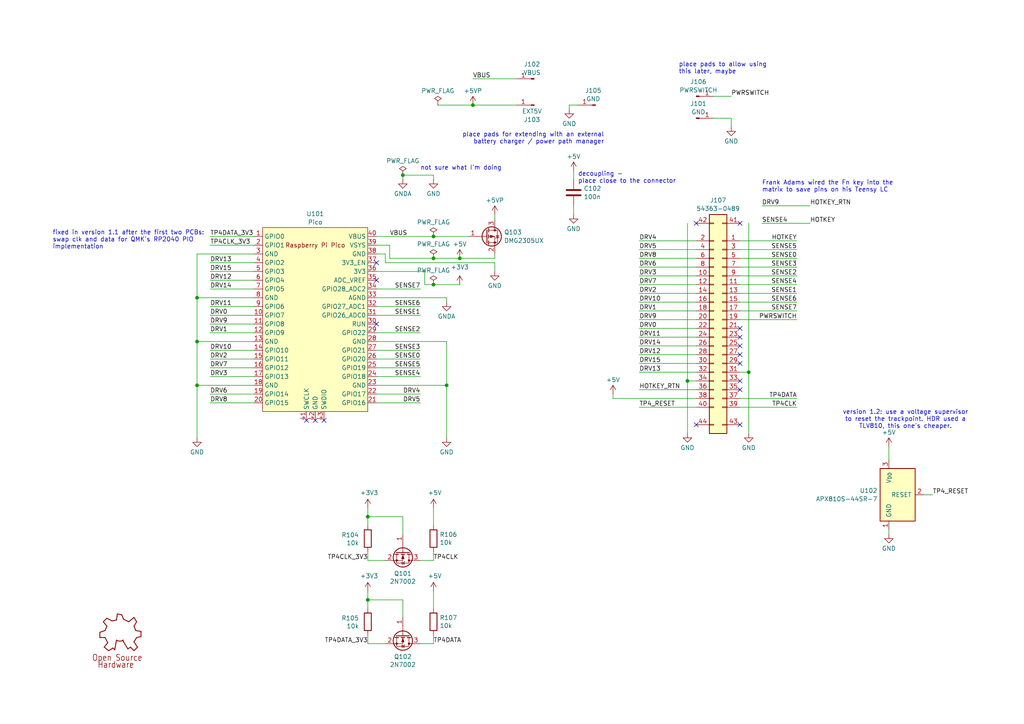
<source format=kicad_sch>
(kicad_sch (version 20231120) (generator "eeschema") (generator_version "8.0")
  (paper "A4")
  (title_block (title "T61 Keyboard Scanner with Raspberry Pi Pico (W)") (date "2023-09-06") (rev "1"))
  (lib_symbols
    (symbol "Connector:Conn_01x01_Pin" (pin_names (offset 1.016) hide)
      (property "Reference" "J" (at 0 2.54 0))
      (property "Value" "Conn_01x01_Pin" (at 0 -2.54 0))
      (symbol "Conn_01x01_Pin_1_1"
        (polyline (pts (xy 1.27 0) (xy 0.8636 0)) (stroke (width 0.1524)))
        (rectangle (start 0.8636 0.127) (end 0 -0.127) (stroke (width 0.1524)) (fill (type outline)))
        (pin passive line (at 5.08 0 180) (length 3.81) (name "Pin_1") (number "1"))
      )
    )
    (symbol "Device:C" (pin_numbers hide) (pin_names (offset 0.254))
      (property "Reference" "C" (at 0.635 2.54 0))
      (property "Value" "C" (at 0.635 -2.54 0))
      (symbol "C_0_1"
        (polyline (pts (xy -2.032 -0.762) (xy 2.032 -0.762)) (stroke (width 0.508)))
        (polyline (pts (xy -2.032 0.762) (xy 2.032 0.762)) (stroke (width 0.508)))
      )
      (symbol "C_1_1"
        (pin passive line (at 0 3.81 270) (length 2.794) (name "~") (number "1"))
        (pin passive line (at 0 -3.81 90) (length 2.794) (name "~") (number "2"))
      )
    )
    (symbol "Device:Q_PMOS_GSD" (pin_names (offset 0) hide)
      (property "Reference" "Q" (at 5.08 1.27 0))
      (property "Value" "Q_PMOS_GSD" (at 5.08 -1.27 0))
      (symbol "Q_PMOS_GSD_0_1"
        (polyline (pts (xy 0.254 0) (xy -2.54 0)))
        (polyline (pts (xy 0.254 1.905) (xy 0.254 -1.905)) (stroke (width 0.254)))
        (polyline (pts (xy 0.762 -1.27) (xy 0.762 -2.286)) (stroke (width 0.254)))
        (polyline (pts (xy 0.762 0.508) (xy 0.762 -0.508)) (stroke (width 0.254)))
        (polyline (pts (xy 0.762 2.286) (xy 0.762 1.27)) (stroke (width 0.254)))
        (polyline (pts (xy 2.54 2.54) (xy 2.54 1.778)))
        (polyline (pts (xy 2.54 -2.54) (xy 2.54 0) (xy 0.762 0)))
        (polyline (pts (xy 0.762 1.778) (xy 3.302 1.778) (xy 3.302 -1.778) (xy 0.762 -1.778)))
        (polyline (pts (xy 2.286 0) (xy 1.27 0.381) (xy 1.27 -0.381) (xy 2.286 0)) (fill (type outline)))
        (polyline (pts (xy 2.794 -0.508) (xy 2.921 -0.381) (xy 3.683 -0.381) (xy 3.81 -0.254)))
        (polyline (pts (xy 3.302 -0.381) (xy 2.921 0.254) (xy 3.683 0.254) (xy 3.302 -0.381)))
        (circle (center 1.651 0) (radius 2.794) (stroke (width 0.254)))
        (circle (center 2.54 -1.778) (radius 0.254) (fill (type outline)))
        (circle (center 2.54 1.778) (radius 0.254) (fill (type outline)))
      )
      (symbol "Q_PMOS_GSD_1_1"
        (pin input line (at -5.08 0 0) (length 2.54) (name "G") (number "1"))
        (pin passive line (at 2.54 -5.08 90) (length 2.54) (name "S") (number "2"))
        (pin passive line (at 2.54 5.08 270) (length 2.54) (name "D") (number "3"))
      )
    )
    (symbol "Device:R" (pin_numbers hide) (pin_names (offset 0))
      (property "Reference" "R" (at 2.032 0 90))
      (property "Value" "R" (at 0 0 90))
      (symbol "R_0_1"
        (rectangle (start -1.016 -2.54) (end 1.016 2.54) (stroke (width 0.254)))
      )
      (symbol "R_1_1"
        (pin passive line (at 0 3.81 270) (length 1.27) (name "~") (number "1"))
        (pin passive line (at 0 -3.81 90) (length 1.27) (name "~") (number "2"))
      )
    )
    (symbol "MCU_RaspberryPi_and_Boards:Pico"
      (property "Reference" "U" (at -13.97 27.94 0))
      (property "Value" "Pico" (at 0 19.05 0))
      (symbol "Pico_0_0"
        (text "Raspberry Pi Pico" (at 0 21.59 0) (effects (font (size 1.27 1.27))))
      )
      (symbol "Pico_0_1"
        (rectangle (start -15.24 26.67) (end 15.24 -26.67) (fill (type background)))
      )
      (symbol "Pico_1_1"
        (pin bidirectional line (at -17.78 24.13 0) (length 2.54) (name "GPIO0") (number "1"))
        (pin bidirectional line (at -17.78 1.27 0) (length 2.54) (name "GPIO7") (number "10"))
        (pin bidirectional line (at -17.78 -1.27 0) (length 2.54) (name "GPIO8") (number "11"))
        (pin bidirectional line (at -17.78 -3.81 0) (length 2.54) (name "GPIO9") (number "12"))
        (pin power_in line (at -17.78 -6.35 0) (length 2.54) (name "GND") (number "13"))
        (pin bidirectional line (at -17.78 -8.89 0) (length 2.54) (name "GPIO10") (number "14"))
        (pin bidirectional line (at -17.78 -11.43 0) (length 2.54) (name "GPIO11") (number "15"))
        (pin bidirectional line (at -17.78 -13.97 0) (length 2.54) (name "GPIO12") (number "16"))
        (pin bidirectional line (at -17.78 -16.51 0) (length 2.54) (name "GPIO13") (number "17"))
        (pin power_in line (at -17.78 -19.05 0) (length 2.54) (name "GND") (number "18"))
        (pin bidirectional line (at -17.78 -21.59 0) (length 2.54) (name "GPIO14") (number "19"))
        (pin bidirectional line (at -17.78 21.59 0) (length 2.54) (name "GPIO1") (number "2"))
        (pin bidirectional line (at -17.78 -24.13 0) (length 2.54) (name "GPIO15") (number "20"))
        (pin bidirectional line (at 17.78 -24.13 180) (length 2.54) (name "GPIO16") (number "21"))
        (pin bidirectional line (at 17.78 -21.59 180) (length 2.54) (name "GPIO17") (number "22"))
        (pin power_in line (at 17.78 -19.05 180) (length 2.54) (name "GND") (number "23"))
        (pin bidirectional line (at 17.78 -16.51 180) (length 2.54) (name "GPIO18") (number "24"))
        (pin bidirectional line (at 17.78 -13.97 180) (length 2.54) (name "GPIO19") (number "25"))
        (pin bidirectional line (at 17.78 -11.43 180) (length 2.54) (name "GPIO20") (number "26"))
        (pin bidirectional line (at 17.78 -8.89 180) (length 2.54) (name "GPIO21") (number "27"))
        (pin power_in line (at 17.78 -6.35 180) (length 2.54) (name "GND") (number "28"))
        (pin bidirectional line (at 17.78 -3.81 180) (length 2.54) (name "GPIO22") (number "29"))
        (pin power_in line (at -17.78 19.05 0) (length 2.54) (name "GND") (number "3"))
        (pin input line (at 17.78 -1.27 180) (length 2.54) (name "RUN") (number "30"))
        (pin bidirectional line (at 17.78 1.27 180) (length 2.54) (name "GPIO26_ADC0") (number "31"))
        (pin bidirectional line (at 17.78 3.81 180) (length 2.54) (name "GPIO27_ADC1") (number "32"))
        (pin power_in line (at 17.78 6.35 180) (length 2.54) (name "AGND") (number "33"))
        (pin bidirectional line (at 17.78 8.89 180) (length 2.54) (name "GPIO28_ADC2") (number "34"))
        (pin power_in line (at 17.78 11.43 180) (length 2.54) (name "ADC_VREF") (number "35"))
        (pin power_in line (at 17.78 13.97 180) (length 2.54) (name "3V3") (number "36"))
        (pin input line (at 17.78 16.51 180) (length 2.54) (name "3V3_EN") (number "37"))
        (pin bidirectional line (at 17.78 19.05 180) (length 2.54) (name "GND") (number "38"))
        (pin power_in line (at 17.78 21.59 180) (length 2.54) (name "VSYS") (number "39"))
        (pin bidirectional line (at -17.78 16.51 0) (length 2.54) (name "GPIO2") (number "4"))
        (pin power_in line (at 17.78 24.13 180) (length 2.54) (name "VBUS") (number "40"))
        (pin input line (at -2.54 -29.21 90) (length 2.54) (name "SWCLK") (number "41"))
        (pin power_in line (at 0 -29.21 90) (length 2.54) (name "GND") (number "42"))
        (pin bidirectional line (at 2.54 -29.21 90) (length 2.54) (name "SWDIO") (number "43"))
        (pin bidirectional line (at -17.78 13.97 0) (length 2.54) (name "GPIO3") (number "5"))
        (pin bidirectional line (at -17.78 11.43 0) (length 2.54) (name "GPIO4") (number "6"))
        (pin bidirectional line (at -17.78 8.89 0) (length 2.54) (name "GPIO5") (number "7"))
        (pin power_in line (at -17.78 6.35 0) (length 2.54) (name "GND") (number "8"))
        (pin bidirectional line (at -17.78 3.81 0) (length 2.54) (name "GPIO6") (number "9"))
      )
    )
    (symbol "Power_Supervisor:TLV810EA29DBZ" (pin_names (offset 1.016))
      (property "Reference" "U" (at 2.54 10.16 0))
      (property "Value" "TLV810EA29DBZ" (at 10.16 12.7 0))
      (symbol "TLV810EA29DBZ_1_1"
        (rectangle (start -5.08 7.62) (end 5.08 -7.62) (stroke (width 0.254)) (fill (type background)))
        (pin power_in line (at -2.54 -10.16 90) (length 2.54) (name "GND") (number "1"))
        (pin output line (at 7.62 0 180) (length 2.54) (name "RESET") (number "2"))
        (pin power_in line (at -2.54 10.16 270) (length 2.54) (name "V_{DD}") (number "3"))
      )
    )
    (symbol "T61_Keyboard_by_WarhawkCZ:54363-0489" (pin_names (offset 1.016) hide)
      (property "Reference" "J" (at 6.35 6.35 0))
      (property "Value" "54363-0489" (at 6.35 3.81 0))
      (symbol "54363-0489_1_1"
        (rectangle (start 3.81 -58.293) (end 5.08 -58.547) (stroke (width 0.1524)))
        (rectangle (start 3.81 -53.213) (end 5.08 -53.467) (stroke (width 0.1524)))
        (rectangle (start 3.81 -50.673) (end 5.08 -50.927) (stroke (width 0.1524)))
        (rectangle (start 3.81 -48.133) (end 5.08 -48.387) (stroke (width 0.1524)))
        (rectangle (start 3.81 -45.593) (end 5.08 -45.847) (stroke (width 0.1524)))
        (rectangle (start 3.81 -43.053) (end 5.08 -43.307) (stroke (width 0.1524)))
        (rectangle (start 3.81 -40.513) (end 5.08 -40.767) (stroke (width 0.1524)))
        (rectangle (start 3.81 -37.973) (end 5.08 -38.227) (stroke (width 0.1524)))
        (rectangle (start 3.81 -35.433) (end 5.08 -35.687) (stroke (width 0.1524)))
        (rectangle (start 3.81 -32.893) (end 5.08 -33.147) (stroke (width 0.1524)))
        (rectangle (start 3.81 -30.353) (end 5.08 -30.607) (stroke (width 0.1524)))
        (rectangle (start 3.81 -27.813) (end 5.08 -28.067) (stroke (width 0.1524)))
        (rectangle (start 3.81 -25.273) (end 5.08 -25.527) (stroke (width 0.1524)))
        (rectangle (start 3.81 -22.733) (end 5.08 -22.987) (stroke (width 0.1524)))
        (rectangle (start 3.81 -20.193) (end 5.08 -20.447) (stroke (width 0.1524)))
        (rectangle (start 3.81 -17.653) (end 5.08 -17.907) (stroke (width 0.1524)))
        (rectangle (start 3.81 -15.113) (end 5.08 -15.367) (stroke (width 0.1524)))
        (rectangle (start 3.81 -12.573) (end 5.08 -12.827) (stroke (width 0.1524)))
        (rectangle (start 3.81 -10.033) (end 5.08 -10.287) (stroke (width 0.1524)))
        (rectangle (start 3.81 -7.493) (end 5.08 -7.747) (stroke (width 0.1524)))
        (rectangle (start 3.81 -4.953) (end 5.08 -5.207) (stroke (width 0.1524)))
        (rectangle (start 3.81 0.127) (end 5.08 -0.127) (stroke (width 0.1524)))
        (rectangle (start 8.89 -58.293) (end 7.62 -58.547) (stroke (width 0.1524)))
        (rectangle (start 8.89 -53.213) (end 7.62 -53.467) (stroke (width 0.1524)))
        (rectangle (start 8.89 -50.673) (end 7.62 -50.927) (stroke (width 0.1524)))
        (rectangle (start 8.89 -48.133) (end 7.62 -48.387) (stroke (width 0.1524)))
        (rectangle (start 8.89 -45.593) (end 7.62 -45.847) (stroke (width 0.1524)))
        (rectangle (start 8.89 -43.053) (end 7.62 -43.307) (stroke (width 0.1524)))
        (rectangle (start 8.89 -40.513) (end 7.62 -40.767) (stroke (width 0.1524)))
        (rectangle (start 8.89 -37.973) (end 7.62 -38.227) (stroke (width 0.1524)))
        (rectangle (start 8.89 -35.433) (end 7.62 -35.687) (stroke (width 0.1524)))
        (rectangle (start 8.89 -32.893) (end 7.62 -33.147) (stroke (width 0.1524)))
        (rectangle (start 8.89 -30.353) (end 7.62 -30.607) (stroke (width 0.1524)))
        (rectangle (start 8.89 -27.813) (end 7.62 -28.067) (stroke (width 0.1524)))
        (rectangle (start 8.89 -25.273) (end 7.62 -25.527) (stroke (width 0.1524)))
        (rectangle (start 8.89 -22.733) (end 7.62 -22.987) (stroke (width 0.1524)))
        (rectangle (start 8.89 -20.193) (end 7.62 -20.447) (stroke (width 0.1524)))
        (rectangle (start 8.89 -17.653) (end 7.62 -17.907) (stroke (width 0.1524)))
        (rectangle (start 8.89 -15.113) (end 7.62 -15.367) (stroke (width 0.1524)))
        (rectangle (start 8.89 -12.573) (end 7.62 -12.827) (stroke (width 0.1524)))
        (rectangle (start 8.89 -10.033) (end 7.62 -10.287) (stroke (width 0.1524)))
        (rectangle (start 8.89 -7.493) (end 7.62 -7.747) (stroke (width 0.1524)))
        (rectangle (start 8.89 -4.953) (end 7.62 -5.207) (stroke (width 0.1524)))
        (rectangle (start 8.89 0.127) (end 7.62 -0.127) (stroke (width 0.1524)))
        (rectangle (start 8.89 2.54) (end 3.81 -60.96) (stroke (width 0.254)) (fill (type background)))
        (pin passive line (at 12.7 -5.08 180) (length 3.81) (name "~") (number "1"))
        (pin passive line (at 0 -15.24 0) (length 3.81) (name "~") (number "10"))
        (pin passive line (at 12.7 -17.78 180) (length 3.81) (name "~") (number "11"))
        (pin passive line (at 0 -17.78 0) (length 3.81) (name "~") (number "12"))
        (pin passive line (at 12.7 -20.32 180) (length 3.81) (name "~") (number "13"))
        (pin passive line (at 0 -20.32 0) (length 3.81) (name "~") (number "14"))
        (pin passive line (at 12.7 -22.86 180) (length 3.81) (name "~") (number "15"))
        (pin passive line (at 0 -22.86 0) (length 3.81) (name "~") (number "16"))
        (pin passive line (at 12.7 -25.4 180) (length 3.81) (name "~") (number "17"))
        (pin passive line (at 0 -25.4 0) (length 3.81) (name "~") (number "18"))
        (pin passive line (at 12.7 -27.94 180) (length 3.81) (name "~") (number "19"))
        (pin passive line (at 0 -5.08 0) (length 3.81) (name "~") (number "2"))
        (pin passive line (at 0 -27.94 0) (length 3.81) (name "~") (number "20"))
        (pin passive line (at 12.7 -30.48 180) (length 3.81) (name "~") (number "21"))
        (pin passive line (at 0 -30.48 0) (length 3.81) (name "~") (number "22"))
        (pin passive line (at 12.7 -33.02 180) (length 3.81) (name "~") (number "23"))
        (pin passive line (at 0 -33.02 0) (length 3.81) (name "~") (number "24"))
        (pin passive line (at 12.7 -35.56 180) (length 3.81) (name "~") (number "25"))
        (pin passive line (at 0 -35.56 0) (length 3.81) (name "~") (number "26"))
        (pin passive line (at 12.7 -38.1 180) (length 3.81) (name "~") (number "27"))
        (pin passive line (at 0 -38.1 0) (length 3.81) (name "~") (number "28"))
        (pin passive line (at 12.7 -40.64 180) (length 3.81) (name "~") (number "29"))
        (pin passive line (at 12.7 -7.62 180) (length 3.81) (name "~") (number "3"))
        (pin passive line (at 0 -40.64 0) (length 3.81) (name "~") (number "30"))
        (pin passive line (at 12.7 -43.18 180) (length 3.81) (name "~") (number "31"))
        (pin passive line (at 0 -43.18 0) (length 3.81) (name "~") (number "32"))
        (pin passive line (at 12.7 -45.72 180) (length 3.81) (name "~") (number "33"))
        (pin passive line (at 0 -45.72 0) (length 3.81) (name "~") (number "34"))
        (pin passive line (at 12.7 -48.26 180) (length 3.81) (name "~") (number "35"))
        (pin passive line (at 0 -48.26 0) (length 3.81) (name "~") (number "36"))
        (pin passive line (at 12.7 -50.8 180) (length 3.81) (name "~") (number "37"))
        (pin passive line (at 0 -50.8 0) (length 3.81) (name "~") (number "38"))
        (pin passive line (at 12.7 -53.34 180) (length 3.81) (name "~") (number "39"))
        (pin passive line (at 0 -7.62 0) (length 3.81) (name "~") (number "4"))
        (pin passive line (at 0 -53.34 0) (length 3.81) (name "~") (number "40"))
        (pin passive line (at 12.7 0 180) (length 3.81) (name "~") (number "41"))
        (pin passive line (at 0 0 0) (length 3.81) (name "~") (number "42"))
        (pin passive line (at 12.7 -58.42 180) (length 3.81) (name "~") (number "43"))
        (pin passive line (at 0 -58.42 0) (length 3.81) (name "~") (number "44"))
        (pin passive line (at 12.7 -10.16 180) (length 3.81) (name "~") (number "5"))
        (pin passive line (at 0 -10.16 0) (length 3.81) (name "~") (number "6"))
        (pin passive line (at 12.7 -12.7 180) (length 3.81) (name "~") (number "7"))
        (pin passive line (at 0 -12.7 0) (length 3.81) (name "~") (number "8"))
        (pin passive line (at 12.7 -15.24 180) (length 3.81) (name "~") (number "9"))
      )
    )
    (symbol "T61_LC_Scanner-eagle-import:OSHWLOGOLOGO5MM"
      (symbol "OSHWLOGOLOGO5MM_1_0"
        (polyline (pts (xy 4.826 9.398) (xy 4.826 10.922)) (stroke (width 0.254)))
        (polyline (pts (xy 4.826 10.922) (xy 6.35 11.43)) (stroke (width 0.254)))
        (polyline (pts (xy 5.842 13.97) (xy 6.858 14.986)) (stroke (width 0.254)))
        (polyline (pts (xy 6.096 6.604) (xy 7.112 7.874)) (stroke (width 0.254)))
        (polyline (pts (xy 6.35 9.398) (xy 4.826 9.398)) (stroke (width 0.254)))
        (polyline (pts (xy 6.35 11.43) (xy 6.858 12.7)) (stroke (width 0.254)))
        (polyline (pts (xy 6.858 12.7) (xy 5.842 13.97)) (stroke (width 0.254)))
        (polyline (pts (xy 6.858 14.986) (xy 8.382 14.224)) (stroke (width 0.254)))
        (polyline (pts (xy 7.112 7.874) (xy 6.35 9.398)) (stroke (width 0.254)))
        (polyline (pts (xy 7.366 5.588) (xy 6.096 6.604)) (stroke (width 0.254)))
        (polyline (pts (xy 8.382 14.224) (xy 9.652 14.478)) (stroke (width 0.254)))
        (polyline (pts (xy 8.636 6.35) (xy 7.366 5.588)) (stroke (width 0.254)))
        (polyline (pts (xy 9.144 5.842) (xy 8.636 6.35)) (stroke (width 0.254)))
        (polyline (pts (xy 9.652 8.636) (xy 9.144 5.842)) (stroke (width 0.254)))
        (polyline (pts (xy 9.652 14.478) (xy 9.906 16.256)) (stroke (width 0.254)))
        (polyline (pts (xy 9.906 16.256) (xy 11.176 16.002)) (stroke (width 0.254)))
        (polyline (pts (xy 11.176 16.002) (xy 11.684 14.732)) (stroke (width 0.254)))
        (polyline (pts (xy 11.684 14.732) (xy 13.208 13.97)) (stroke (width 0.254)))
        (polyline (pts (xy 12.954 6.096) (xy 11.43 8.636)) (stroke (width 0.254)))
        (polyline (pts (xy 13.208 13.97) (xy 14.732 15.24)) (stroke (width 0.254)))
        (polyline (pts (xy 13.716 6.604) (xy 12.954 6.096)) (stroke (width 0.254)))
        (polyline (pts (xy 14.732 5.588) (xy 13.716 6.604)) (stroke (width 0.254)))
        (polyline (pts (xy 14.732 8.128) (xy 15.748 6.604)) (stroke (width 0.254)))
        (polyline (pts (xy 14.732 12.7) (xy 15.24 11.43)) (stroke (width 0.254)))
        (polyline (pts (xy 14.732 15.24) (xy 15.494 13.97)) (stroke (width 0.254)))
        (polyline (pts (xy 15.24 11.43) (xy 16.764 11.176)) (stroke (width 0.254)))
        (polyline (pts (xy 15.494 9.398) (xy 14.732 8.128)) (stroke (width 0.254)))
        (polyline (pts (xy 15.494 13.97) (xy 14.732 12.7)) (stroke (width 0.254)))
        (polyline (pts (xy 15.748 6.604) (xy 14.732 5.588)) (stroke (width 0.254)))
        (polyline (pts (xy 16.764 9.652) (xy 15.494 9.398)) (stroke (width 0.254)))
        (polyline (pts (xy 16.764 11.176) (xy 16.764 9.652)) (stroke (width 0.254)))
        (arc (start 9.652 8.636) (mid 10.6679 8.3495) (end 11.6839 8.6359) (stroke (width 0.254)))
        (text "Hardware" (at 4.1402 0.508 0) (effects (font (size 1.778 1.5113)) (justify left bottom)))
        (text "Open Source" (at 2.54 2.54 0) (effects (font (size 1.778 1.5113)) (justify left bottom)))
      )
    )
    (symbol "Transistor_FET:2N7002" (pin_names hide)
      (property "Reference" "Q" (at 5.08 1.905 0))
      (property "Value" "2N7002" (at 5.08 0 0))
      (symbol "2N7002_0_1"
        (polyline (pts (xy 0.254 0) (xy -2.54 0)))
        (polyline (pts (xy 0.254 1.905) (xy 0.254 -1.905)) (stroke (width 0.254)))
        (polyline (pts (xy 0.762 -1.27) (xy 0.762 -2.286)) (stroke (width 0.254)))
        (polyline (pts (xy 0.762 0.508) (xy 0.762 -0.508)) (stroke (width 0.254)))
        (polyline (pts (xy 0.762 2.286) (xy 0.762 1.27)) (stroke (width 0.254)))
        (polyline (pts (xy 2.54 2.54) (xy 2.54 1.778)))
        (polyline (pts (xy 2.54 -2.54) (xy 2.54 0) (xy 0.762 0)))
        (polyline (pts (xy 0.762 -1.778) (xy 3.302 -1.778) (xy 3.302 1.778) (xy 0.762 1.778)))
        (polyline (pts (xy 1.016 0) (xy 2.032 0.381) (xy 2.032 -0.381) (xy 1.016 0)) (fill (type outline)))
        (polyline (pts (xy 2.794 0.508) (xy 2.921 0.381) (xy 3.683 0.381) (xy 3.81 0.254)))
        (polyline (pts (xy 3.302 0.381) (xy 2.921 -0.254) (xy 3.683 -0.254) (xy 3.302 0.381)))
        (circle (center 1.651 0) (radius 2.794) (stroke (width 0.254)))
        (circle (center 2.54 -1.778) (radius 0.254) (fill (type outline)))
        (circle (center 2.54 1.778) (radius 0.254) (fill (type outline)))
      )
      (symbol "2N7002_1_1"
        (pin input line (at -5.08 0 0) (length 2.54) (name "G") (number "1"))
        (pin passive line (at 2.54 -5.08 90) (length 2.54) (name "S") (number "2"))
        (pin passive line (at 2.54 5.08 270) (length 2.54) (name "D") (number "3"))
      )
    )
    (symbol "power:+3V3" (power) (pin_names (offset 0))
      (property "Value" "+3V3" (at 0 3.556 0))
      (symbol "+3V3_0_1"
        (polyline (pts (xy -0.762 1.27) (xy 0 2.54)))
        (polyline (pts (xy 0 0) (xy 0 2.54)))
        (polyline (pts (xy 0 2.54) (xy 0.762 1.27)))
      )
      (symbol "+3V3_1_1"
        (pin power_in line (at 0 0 90) (length 0) hide (name "+3V3") (number "1"))
      )
    )
    (symbol "power:+5V" (power) (pin_names (offset 0))
      (property "Value" "+5V" (at 0 3.556 0))
      (symbol "+5V_0_1"
        (polyline (pts (xy -0.762 1.27) (xy 0 2.54)))
        (polyline (pts (xy 0 0) (xy 0 2.54)))
        (polyline (pts (xy 0 2.54) (xy 0.762 1.27)))
      )
      (symbol "+5V_1_1"
        (pin power_in line (at 0 0 90) (length 0) hide (name "+5V") (number "1"))
      )
    )
    (symbol "power:+5VP" (power) (pin_names (offset 0))
      (property "Value" "+5VP" (at 0 3.556 0))
      (symbol "+5VP_0_1"
        (polyline (pts (xy -0.762 1.27) (xy 0 2.54)))
        (polyline (pts (xy 0 0) (xy 0 2.54)))
        (polyline (pts (xy 0 2.54) (xy 0.762 1.27)))
      )
      (symbol "+5VP_1_1"
        (pin power_in line (at 0 0 90) (length 0) hide (name "+5VP") (number "1"))
      )
    )
    (symbol "power:GND" (power) (pin_names (offset 0))
      (property "Value" "GND" (at 0 -3.81 0))
      (symbol "GND_0_1"
        (polyline (pts (xy 0 0) (xy 0 -1.27) (xy 1.27 -1.27) (xy 0 -2.54) (xy -1.27 -1.27) (xy 0 -1.27)))
      )
      (symbol "GND_1_1"
        (pin power_in line (at 0 0 270) (length 0) hide (name "GND") (number "1"))
      )
    )
    (symbol "power:GNDA" (power) (pin_names (offset 0))
      (property "Value" "GNDA" (at 0 -3.81 0))
      (symbol "GNDA_0_1"
        (polyline (pts (xy 0 0) (xy 0 -1.27) (xy 1.27 -1.27) (xy 0 -2.54) (xy -1.27 -1.27) (xy 0 -1.27)))
      )
      (symbol "GNDA_1_1"
        (pin power_in line (at 0 0 270) (length 0) hide (name "GNDA") (number "1"))
      )
    )
    (symbol "power:PWR_FLAG" (power) (pin_numbers hide) (pin_names (offset 0) hide)
      (property "Value" "PWR_FLAG" (at 0 3.81 0))
      (symbol "PWR_FLAG_0_0"
        (pin power_out line (at 0 0 90) (length 0) (name "pwr") (number "1"))
      )
      (symbol "PWR_FLAG_0_1"
        (polyline (pts (xy 0 0) (xy 0 1.27) (xy -1.016 1.905) (xy 0 2.54) (xy 1.016 1.905) (xy 0 1.27)))
      )
    )
  )
  (junction (at 106.68 173.99))
  (junction (at 137.16 30.48))
  (junction (at 57.15 86.36))
  (junction (at 125.73 74.93))
  (junction (at 57.15 111.76))
  (junction (at 217.17 107.95))
  (junction (at 57.15 99.06))
  (junction (at 125.73 82.55))
  (junction (at 125.73 68.58))
  (junction (at 199.39 110.49))
  (junction (at 129.54 111.76))
  (junction (at 133.35 74.93))
  (junction (at 116.84 50.8))
  (junction (at 106.68 149.86))
  (no_connect (at 109.22 81.28))
  (no_connect (at 201.93 123.19))
  (no_connect (at 88.9 121.92))
  (no_connect (at 201.93 64.77))
  (no_connect (at 109.22 93.98))
  (no_connect (at 91.44 121.92))
  (no_connect (at 109.22 76.2))
  (no_connect (at 214.63 95.25))
  (no_connect (at 214.63 97.79))
  (no_connect (at 214.63 100.33))
  (no_connect (at 214.63 110.49))
  (no_connect (at 214.63 113.03))
  (no_connect (at 214.63 105.41))
  (no_connect (at 214.63 64.77))
  (no_connect (at 93.98 121.92))
  (no_connect (at 214.63 102.87))
  (no_connect (at 214.63 123.19))
  (wire (pts (xy 143.51 74.93) (xy 143.51 73.66)))
  (wire (pts (xy 214.63 85.09) (xy 231.14 85.09)))
  (wire (pts (xy 60.96 88.9) (xy 73.66 88.9)))
  (wire (pts (xy 57.15 111.76) (xy 73.66 111.76)))
  (wire (pts (xy 111.76 186.69) (xy 106.68 186.69)))
  (wire (pts (xy 199.39 110.49) (xy 199.39 125.73)))
  (wire (pts (xy 217.17 107.95) (xy 217.17 64.77)))
  (wire (pts (xy 60.96 109.22) (xy 73.66 109.22)))
  (wire (pts (xy 121.92 114.3) (xy 109.22 114.3)))
  (wire (pts (xy 165.1 31.75) (xy 165.1 30.48)))
  (wire (pts (xy 123.19 78.74) (xy 109.22 78.74)))
  (wire (pts (xy 125.73 50.8) (xy 116.84 50.8)))
  (wire (pts (xy 201.93 90.17) (xy 185.42 90.17)))
  (wire (pts (xy 207.01 34.29) (xy 212.09 34.29)))
  (wire (pts (xy 201.93 118.11) (xy 185.42 118.11)))
  (wire (pts (xy 125.73 186.69) (xy 125.73 184.15)))
  (wire (pts (xy 177.8 114.3) (xy 177.8 115.57)))
  (wire (pts (xy 60.96 76.2) (xy 73.66 76.2)))
  (wire (pts (xy 111.76 76.2) (xy 143.51 76.2)))
  (wire (pts (xy 214.63 74.93) (xy 231.14 74.93)))
  (wire (pts (xy 125.73 68.58) (xy 135.89 68.58)))
  (wire (pts (xy 257.81 153.67) (xy 257.81 154.94)))
  (wire (pts (xy 121.92 186.69) (xy 125.73 186.69)))
  (wire (pts (xy 125.73 52.07) (xy 125.73 50.8)))
  (wire (pts (xy 217.17 107.95) (xy 214.63 107.95)))
  (wire (pts (xy 133.35 74.93) (xy 143.51 74.93)))
  (wire (pts (xy 60.96 81.28) (xy 73.66 81.28)))
  (wire (pts (xy 201.93 85.09) (xy 185.42 85.09)))
  (wire (pts (xy 214.63 80.01) (xy 231.14 80.01)))
  (wire (pts (xy 214.63 87.63) (xy 231.14 87.63)))
  (wire (pts (xy 201.93 72.39) (xy 185.42 72.39)))
  (wire (pts (xy 212.09 27.94) (xy 207.01 27.94)))
  (wire (pts (xy 125.73 176.53) (xy 125.73 171.45)))
  (wire (pts (xy 166.37 62.23) (xy 166.37 59.69)))
  (wire (pts (xy 201.93 102.87) (xy 185.42 102.87)))
  (wire (pts (xy 60.96 101.6) (xy 73.66 101.6)))
  (wire (pts (xy 214.63 115.57) (xy 231.14 115.57)))
  (wire (pts (xy 201.93 87.63) (xy 185.42 87.63)))
  (wire (pts (xy 60.96 114.3) (xy 73.66 114.3)))
  (wire (pts (xy 177.8 115.57) (xy 201.93 115.57)))
  (wire (pts (xy 125.73 152.4) (xy 125.73 147.32)))
  (wire (pts (xy 121.92 116.84) (xy 109.22 116.84)))
  (wire (pts (xy 121.92 109.22) (xy 109.22 109.22)))
  (wire (pts (xy 143.51 62.23) (xy 143.51 63.5)))
  (wire (pts (xy 60.96 71.12) (xy 73.66 71.12)))
  (wire (pts (xy 109.22 68.58) (xy 125.73 68.58)))
  (wire (pts (xy 123.19 78.74) (xy 123.19 82.55)))
  (wire (pts (xy 60.96 93.98) (xy 73.66 93.98)))
  (wire (pts (xy 201.93 92.71) (xy 185.42 92.71)))
  (wire (pts (xy 129.54 99.06) (xy 129.54 111.76)))
  (wire (pts (xy 57.15 73.66) (xy 73.66 73.66)))
  (wire (pts (xy 121.92 162.56) (xy 125.73 162.56)))
  (wire (pts (xy 201.93 95.25) (xy 185.42 95.25)))
  (wire (pts (xy 214.63 77.47) (xy 231.14 77.47)))
  (wire (pts (xy 60.96 83.82) (xy 73.66 83.82)))
  (wire (pts (xy 116.84 173.99) (xy 116.84 179.07)))
  (wire (pts (xy 111.76 162.56) (xy 106.68 162.56)))
  (wire (pts (xy 201.93 74.93) (xy 185.42 74.93)))
  (wire (pts (xy 109.22 73.66) (xy 111.76 73.66)))
  (wire (pts (xy 121.92 91.44) (xy 109.22 91.44)))
  (wire (pts (xy 111.76 73.66) (xy 111.76 76.2)))
  (wire (pts (xy 57.15 99.06) (xy 73.66 99.06)))
  (wire (pts (xy 199.39 64.77) (xy 199.39 110.49)))
  (wire (pts (xy 214.63 82.55) (xy 231.14 82.55)))
  (wire (pts (xy 121.92 88.9) (xy 109.22 88.9)))
  (wire (pts (xy 125.73 82.55) (xy 133.35 82.55)))
  (wire (pts (xy 121.92 101.6) (xy 109.22 101.6)))
  (wire (pts (xy 214.63 72.39) (xy 231.14 72.39)))
  (wire (pts (xy 125.73 74.93) (xy 133.35 74.93)))
  (wire (pts (xy 106.68 149.86) (xy 116.84 149.86)))
  (wire (pts (xy 185.42 113.03) (xy 201.93 113.03)))
  (wire (pts (xy 165.1 30.48) (xy 167.64 30.48)))
  (wire (pts (xy 220.98 59.69) (xy 234.95 59.69)))
  (wire (pts (xy 257.81 129.54) (xy 257.81 133.35)))
  (wire (pts (xy 116.84 149.86) (xy 116.84 154.94)))
  (wire (pts (xy 106.68 147.32) (xy 106.68 149.86)))
  (wire (pts (xy 106.68 162.56) (xy 106.68 160.02)))
  (wire (pts (xy 121.92 106.68) (xy 109.22 106.68)))
  (wire (pts (xy 57.15 99.06) (xy 57.15 86.36)))
  (wire (pts (xy 57.15 127) (xy 57.15 111.76)))
  (wire (pts (xy 212.09 34.29) (xy 212.09 36.83)))
  (wire (pts (xy 60.96 68.58) (xy 73.66 68.58)))
  (wire (pts (xy 137.16 22.86) (xy 149.86 22.86)))
  (wire (pts (xy 116.84 50.8) (xy 116.84 52.07)))
  (wire (pts (xy 201.93 80.01) (xy 185.42 80.01)))
  (wire (pts (xy 127 30.48) (xy 137.16 30.48)))
  (wire (pts (xy 60.96 106.68) (xy 73.66 106.68)))
  (wire (pts (xy 106.68 173.99) (xy 116.84 173.99)))
  (wire (pts (xy 201.93 105.41) (xy 185.42 105.41)))
  (wire (pts (xy 57.15 86.36) (xy 57.15 73.66)))
  (wire (pts (xy 201.93 107.95) (xy 185.42 107.95)))
  (wire (pts (xy 201.93 69.85) (xy 185.42 69.85)))
  (wire (pts (xy 129.54 86.36) (xy 109.22 86.36)))
  (wire (pts (xy 129.54 127) (xy 129.54 111.76)))
  (wire (pts (xy 137.16 30.48) (xy 149.86 30.48)))
  (wire (pts (xy 113.03 74.93) (xy 125.73 74.93)))
  (wire (pts (xy 143.51 76.2) (xy 143.51 78.74)))
  (wire (pts (xy 214.63 92.71) (xy 231.14 92.71)))
  (wire (pts (xy 106.68 149.86) (xy 106.68 152.4)))
  (wire (pts (xy 60.96 91.44) (xy 73.66 91.44)))
  (wire (pts (xy 129.54 111.76) (xy 109.22 111.76)))
  (wire (pts (xy 201.93 82.55) (xy 185.42 82.55)))
  (wire (pts (xy 129.54 87.63) (xy 129.54 86.36)))
  (wire (pts (xy 106.68 173.99) (xy 106.68 176.53)))
  (wire (pts (xy 60.96 96.52) (xy 73.66 96.52)))
  (wire (pts (xy 121.92 83.82) (xy 109.22 83.82)))
  (wire (pts (xy 113.03 74.93) (xy 113.03 71.12)))
  (wire (pts (xy 60.96 78.74) (xy 73.66 78.74)))
  (wire (pts (xy 106.68 186.69) (xy 106.68 184.15)))
  (wire (pts (xy 201.93 97.79) (xy 185.42 97.79)))
  (wire (pts (xy 217.17 107.95) (xy 217.17 125.73)))
  (wire (pts (xy 123.19 82.55) (xy 125.73 82.55)))
  (wire (pts (xy 214.63 118.11) (xy 231.14 118.11)))
  (wire (pts (xy 121.92 96.52) (xy 109.22 96.52)))
  (wire (pts (xy 267.97 143.51) (xy 270.51 143.51)))
  (wire (pts (xy 201.93 100.33) (xy 185.42 100.33)))
  (wire (pts (xy 166.37 52.07) (xy 166.37 49.53)))
  (wire (pts (xy 60.96 116.84) (xy 73.66 116.84)))
  (wire (pts (xy 125.73 162.56) (xy 125.73 160.02)))
  (wire (pts (xy 57.15 111.76) (xy 57.15 99.06)))
  (wire (pts (xy 109.22 71.12) (xy 113.03 71.12)))
  (wire (pts (xy 57.15 86.36) (xy 73.66 86.36)))
  (wire (pts (xy 234.95 64.77) (xy 220.98 64.77)))
  (wire (pts (xy 60.96 104.14) (xy 73.66 104.14)))
  (wire (pts (xy 109.22 99.06) (xy 129.54 99.06)))
  (wire (pts (xy 106.68 171.45) (xy 106.68 173.99)))
  (wire (pts (xy 109.22 104.14) (xy 121.92 104.14)))
  (wire (pts (xy 199.39 110.49) (xy 201.93 110.49)))
  (wire (pts (xy 214.63 90.17) (xy 231.14 90.17)))
  (wire (pts (xy 201.93 77.47) (xy 185.42 77.47)))
  (wire (pts (xy 214.63 69.85) (xy 231.14 69.85)))
  (text "decoupling -\nplace close to the connector" (at 167.64 53.34 0) (effects (font (size 1.27 1.27)) (justify left bottom)))
  (text "place pads to allow using\nthis later, maybe" (at 196.85 21.59 0) (effects (font (size 1.27 1.27)) (justify left bottom)))
  (text "fixed in version 1.1 after the first two PCBs:\nswap clk and data for QMK's RP2040 PIO\nimplementation" (at 15.24 72.39 0) (effects (font (size 1.27 1.27)) (justify left bottom)))
  (text "place pads for extending with an external\nbattery charger / power path manager" (at 175.26 41.91 0) (effects (font (size 1.27 1.27)) (justify right bottom)))
  (text "Frank Adams wired the Fn key into the\nmatrix to save pins on his Teensy LC" (at 220.98 55.88 0) (effects (font (size 1.27 1.27)) (justify left bottom)))
  (text "version 1.2: use a voltage supervisor\nto reset the trackpoint. HDR used a\nTLV810, this one's cheaper." (at 262.636 121.666 0) (effects (font (size 1.27 1.27))))
  (text "not sure what I'm doing" (at 121.92 49.53 0) (effects (font (size 1.27 1.27)) (justify left bottom)))
  (label "HOTKEY" (at 231.14 69.85 180))
  (label "DRV0" (at 185.42 95.25 0))
  (label "DRV5" (at 121.92 116.84 180))
  (label "DRV5" (at 185.42 72.39 0))
  (label "DRV12" (at 185.42 102.87 0))
  (label "DRV11" (at 60.96 88.9 0))
  (label "TP4DATA" (at 125.73 186.69 0))
  (label "DRV9" (at 60.96 93.98 0))
  (label "SENSE4" (at 220.98 64.77 0))
  (label "SENSE6" (at 121.92 88.9 180))
  (label "DRV7" (at 60.96 106.68 0))
  (label "DRV8" (at 60.96 116.84 0))
  (label "DRV8" (at 185.42 74.93 0))
  (label "DRV13" (at 60.96 76.2 0))
  (label "DRV6" (at 185.42 77.47 0))
  (label "TP4CLK_3V3" (at 106.68 162.56 180))
  (label "DRV1" (at 185.42 90.17 0))
  (label "DRV1" (at 60.96 96.52 0))
  (label "DRV10" (at 185.42 87.63 0))
  (label "DRV14" (at 185.42 100.33 0))
  (label "DRV9" (at 185.42 92.71 0))
  (label "SENSE5" (at 231.14 72.39 180))
  (label "VBUS" (at 113.03 68.58 0))
  (label "SENSE3" (at 231.14 77.47 180))
  (label "DRV15" (at 60.96 78.74 0))
  (label "TP4DATA" (at 231.14 115.57 180))
  (label "SENSE4" (at 231.14 82.55 180))
  (label "SENSE3" (at 121.92 101.6 180))
  (label "SENSE1" (at 231.14 85.09 180))
  (label "DRV2" (at 185.42 85.09 0))
  (label "DRV12" (at 60.96 81.28 0))
  (label "HOTKEY_RTN" (at 185.42 113.03 0))
  (label "TP4CLK_3V3" (at 60.96 71.12 0))
  (label "TP4DATA_3V3" (at 106.68 186.69 180))
  (label "DRV3" (at 185.42 80.01 0))
  (label "DRV4" (at 185.42 69.85 0))
  (label "SENSE6" (at 231.14 87.63 180))
  (label "DRV0" (at 60.96 91.44 0))
  (label "DRV11" (at 185.42 97.79 0))
  (label "SENSE4" (at 121.92 109.22 180))
  (label "SENSE7" (at 231.14 90.17 180))
  (label "SENSE5" (at 121.92 106.68 180))
  (label "DRV2" (at 60.96 104.14 0))
  (label "PWRSWITCH" (at 212.09 27.94 0))
  (label "TP4CLK" (at 125.73 162.56 0))
  (label "SENSE0" (at 231.14 74.93 180))
  (label "DRV9" (at 220.98 59.69 0))
  (label "SENSE2" (at 121.92 96.52 180))
  (label "TP4CLK" (at 231.14 118.11 180))
  (label "SENSE0" (at 121.92 104.14 180))
  (label "DRV7" (at 185.42 82.55 0))
  (label "SENSE2" (at 231.14 80.01 180))
  (label "DRV14" (at 60.96 83.82 0))
  (label "DRV4" (at 121.92 114.3 180))
  (label "DRV13" (at 185.42 107.95 0))
  (label "PWRSWITCH" (at 231.14 92.71 180))
  (label "VBUS" (at 137.16 22.86 0))
  (label "DRV10" (at 60.96 101.6 0))
  (label "DRV6" (at 60.96 114.3 0))
  (label "TP4_RESET" (at 185.42 118.11 0))
  (label "HOTKEY_RTN" (at 234.95 59.69 0))
  (label "DRV15" (at 185.42 105.41 0))
  (label "HOTKEY" (at 234.95 64.77 0))
  (label "TP4_RESET" (at 270.51 143.51 0))
  (label "SENSE1" (at 121.92 91.44 180))
  (label "SENSE7" (at 121.92 83.82 180))
  (label "DRV3" (at 60.96 109.22 0))
  (label "TP4DATA_3V3" (at 60.96 68.58 0))
  (symbol (lib_id "T61_LC_Scanner-eagle-import:OSHWLOGOLOGO5MM") (at 24.13 194.31 0) (unit 1)
    (property "Reference" "GOLD_ORB_SM101" (effects (hide yes)))
    (property "Value" "OSHWLOGOLOGO5MM" (effects (hide yes)))
    (property "Footprint" "Symbol:OSHW-Logo_5.7x6mm_Copper" (effects (hide yes)))
  )
  (symbol (lib_id "power:+5V") (at 125.73 171.45 0) (unit 1)
    (property "Reference" "#PWR0109" (effects (hide yes)))
    (property "Value" "+5V" (at 126.111 167.0558 0))
  )
  (symbol (lib_id "power:+3V3") (at 106.68 171.45 0) (unit 1)
    (property "Reference" "#PWR0105" (effects (hide yes)))
    (property "Value" "+3V3" (at 107.061 167.0558 0))
  )
  (symbol (lib_id "power:PWR_FLAG") (at 125.73 68.58 0) (unit 1)
    (property "Reference" "#FLG0102" (effects (hide yes)))
    (property "Value" "PWR_FLAG" (at 125.73 64.4469 0))
  )
  (symbol (lib_id "power:+5V") (at 125.73 147.32 0) (unit 1)
    (property "Reference" "#PWR0108" (effects (hide yes)))
    (property "Value" "+5V" (at 126.111 142.9258 0))
  )
  (symbol (lib_id "power:GND") (at 212.09 36.83 0) (unit 1)
    (property "Reference" "#PWR0122" (effects (hide yes)))
    (property "Value" "GND" (at 212.09 40.9631 0))
  )
  (symbol (lib_id "Connector:Conn_01x01_Pin") (at 201.93 34.29 0) (mirror x) (unit 1)
    (property "Reference" "J101" (at 202.565 30.0695 0))
    (property "Value" "GND" (at 202.565 32.4937 0))
    (property "Footprint" "Connector_Wire:SolderWirePad_1x01_SMD_1x2mm" (effects (hide yes)))
  )
  (symbol (lib_id "power:GND") (at 129.54 127 0) (unit 1)
    (property "Reference" "#PWR0111" (effects (hide yes)))
    (property "Value" "GND" (at 129.54 131.1331 0))
  )
  (symbol (lib_id "Connector:Conn_01x01_Pin") (at 201.93 27.94 0) (unit 1)
    (property "Reference" "J106" (at 202.565 23.7195 0))
    (property "Value" "PWRSWITCH" (at 202.565 26.1437 0))
    (property "Footprint" "Connector_Wire:SolderWirePad_1x01_SMD_1x2mm" (effects (hide yes)))
  )
  (symbol (lib_id "power:+3V3") (at 133.35 82.55 0) (unit 1)
    (property "Reference" "#PWR0113" (effects (hide yes)))
    (property "Value" "+3V3" (at 133.35 77.47 0))
  )
  (symbol (lib_id "MCU_RaspberryPi_and_Boards:Pico") (at 91.44 92.71 0) (unit 1)
    (property "Reference" "U101" (at 91.44 62.0227 0))
    (property "Value" "Pico" (at 91.44 64.4469 0))
    (property "Footprint" "MCU_RaspberryPi_and_Boards:RPi_Pico_SMD_TH" (effects (hide yes)))
  )
  (symbol (lib_id "power:+5V") (at 177.8 114.3 0) (unit 1)
    (property "Reference" "#PWR0120" (effects (hide yes)))
    (property "Value" "+5V" (at 177.8 110.1669 0))
  )
  (symbol (lib_id "Device:R") (at 106.68 156.21 0) (unit 1)
    (property "Reference" "R104" (at 104.14 155.1686 0) (effects (justify right)))
    (property "Value" "10k" (at 104.14 157.48 0) (effects (justify right)))
    (property "Footprint" "Resistor_SMD:R_0603_1608Metric" (effects (hide yes)))
  )
  (symbol (lib_id "power:+5V") (at 166.37 49.53 0) (unit 1)
    (property "Reference" "#PWR0118" (effects (hide yes)))
    (property "Value" "+5V" (at 166.37 45.3969 0))
  )
  (symbol (lib_id "power:GND") (at 217.17 125.73 0) (unit 1)
    (property "Reference" "#PWR0123" (effects (hide yes)))
    (property "Value" "GND" (at 217.17 129.8631 0))
  )
  (symbol (lib_id "power:+5VP") (at 143.51 62.23 0) (unit 1)
    (property "Reference" "#PWR0115" (effects (hide yes)))
    (property "Value" "+5VP" (at 143.51 58.0969 0))
  )
  (symbol (lib_id "T61_Keyboard_by_WarhawkCZ:54363-0489") (at 201.93 64.77 0) (unit 1)
    (property "Reference" "J107" (at 208.28 58.0855 0))
    (property "Value" "54363-0489" (at 208.28 60.5098 0))
    (property "Footprint" "Molex_54363-0489:CON_543630489_var" (effects (hide yes)))
  )
  (symbol (lib_id "power:GND") (at 199.39 125.73 0) (unit 1)
    (property "Reference" "#PWR0121" (effects (hide yes)))
    (property "Value" "GND" (at 199.39 129.8631 0))
  )
  (symbol (lib_id "Transistor_FET:2N7002") (at 116.84 160.02 270) (unit 1)
    (property "Reference" "Q101" (at 116.84 166.3446 90))
    (property "Value" "2N7002" (at 116.84 168.656 90))
    (property "Footprint" "Package_TO_SOT_SMD:SOT-23" (effects (hide yes)))
    (property "Datasheet" "https://www.onsemi.com/pub/Collateral/NDS7002A-D.PDF" (effects (hide yes)))
  )
  (symbol (lib_id "power:+5V") (at 257.81 129.54 0) (unit 1)
    (property "Reference" "#PWR0124" (effects (hide yes)))
    (property "Value" "+5V" (at 257.81 125.4069 0))
  )
  (symbol (lib_id "power:GND") (at 125.73 52.07 0) (unit 1)
    (property "Reference" "#PWR0107" (effects (hide yes)))
    (property "Value" "GND" (at 125.73 56.2031 0))
  )
  (symbol (lib_id "Connector:Conn_01x01_Pin") (at 172.72 30.48 0) (mirror y) (unit 1)
    (property "Reference" "J105" (at 172.085 26.2595 0))
    (property "Value" "GND" (at 172.085 28.6837 0))
    (property "Footprint" "Connector_Wire:SolderWirePad_1x01_SMD_1x2mm" (effects (hide yes)))
  )
  (symbol (lib_id "power:+3V3") (at 106.68 147.32 0) (unit 1)
    (property "Reference" "#PWR0104" (effects (hide yes)))
    (property "Value" "+3V3" (at 107.061 142.9258 0))
  )
  (symbol (lib_id "Device:R") (at 125.73 180.34 0) (unit 1)
    (property "Reference" "R107" (at 127.508 179.1716 0) (effects (justify left)))
    (property "Value" "10k" (at 127.508 181.483 0) (effects (justify left)))
    (property "Footprint" "Resistor_SMD:R_0603_1608Metric" (effects (hide yes)))
  )
  (symbol (lib_id "power:PWR_FLAG") (at 125.73 82.55 0) (unit 1)
    (property "Reference" "#FLG0104" (effects (hide yes)))
    (property "Value" "PWR_FLAG" (at 125.73 78.4169 0))
  )
  (symbol (lib_id "power:GND") (at 165.1 31.75 0) (unit 1)
    (property "Reference" "#PWR0117" (effects (hide yes)))
    (property "Value" "GND" (at 165.1 35.8831 0))
  )
  (symbol (lib_id "power:GND") (at 143.51 78.74 0) (unit 1)
    (property "Reference" "#PWR0116" (effects (hide yes)))
    (property "Value" "GND" (at 143.51 82.8731 0))
  )
  (symbol (lib_id "Device:R") (at 125.73 156.21 0) (unit 1)
    (property "Reference" "R106" (at 127.508 155.0416 0) (effects (justify left)))
    (property "Value" "10k" (at 127.508 157.353 0) (effects (justify left)))
    (property "Footprint" "Resistor_SMD:R_0603_1608Metric" (effects (hide yes)))
  )
  (symbol (lib_id "power:PWR_FLAG") (at 116.84 50.8 0) (unit 1)
    (property "Reference" "#FLG0101" (effects (hide yes)))
    (property "Value" "PWR_FLAG" (at 116.84 46.6669 0))
  )
  (symbol (lib_id "power:GND") (at 257.81 154.94 0) (unit 1)
    (property "Reference" "#PWR0125" (effects (hide yes)))
    (property "Value" "GND" (at 257.81 159.0731 0))
  )
  (symbol (lib_id "Device:R") (at 106.68 180.34 0) (unit 1)
    (property "Reference" "R105" (at 104.14 179.2986 0) (effects (justify right)))
    (property "Value" "10k" (at 104.14 181.61 0) (effects (justify right)))
    (property "Footprint" "Resistor_SMD:R_0603_1608Metric" (effects (hide yes)))
  )
  (symbol (lib_id "Transistor_FET:2N7002") (at 116.84 184.15 270) (unit 1)
    (property "Reference" "Q102" (at 116.84 190.4746 90))
    (property "Value" "2N7002" (at 116.84 192.786 90))
    (property "Footprint" "Package_TO_SOT_SMD:SOT-23" (effects (hide yes)))
    (property "Datasheet" "https://www.onsemi.com/pub/Collateral/NDS7002A-D.PDF" (effects (hide yes)))
  )
  (symbol (lib_id "power:GNDA") (at 116.84 52.07 0) (unit 1)
    (property "Reference" "#PWR0106" (effects (hide yes)))
    (property "Value" "GNDA" (at 116.84 56.2031 0))
  )
  (symbol (lib_id "power:PWR_FLAG") (at 127 30.48 0) (unit 1)
    (property "Reference" "#FLG0105" (effects (hide yes)))
    (property "Value" "PWR_FLAG" (at 127 26.3469 0))
  )
  (symbol (lib_id "Power_Supervisor:TLV810EA29DBZ") (at 260.35 143.51 0) (unit 1)
    (property "Reference" "U102" (at 254.5081 142.2978 0) (effects (justify right)))
    (property "Value" "APX810S-44SR-7" (at 254.5081 144.7221 0) (effects (justify right)))
    (property "Footprint" "Package_TO_SOT_SMD:SOT-23" (effects (hide yes)))
    (property "Datasheet" "https://www.ti.com/lit/ds/symlink/tlv803e.pdf" (effects (hide yes)))
    (property "Description" "push-pull, active-high, 200mS reset delay, 2.93V threshold voltage, SOT-23" (effects (hide yes)))
  )
  (symbol (lib_id "power:GND") (at 166.37 62.23 0) (unit 1)
    (property "Reference" "#PWR0119" (effects (hide yes)))
    (property "Value" "GND" (at 166.37 66.3631 0))
  )
  (symbol (lib_id "power:GND") (at 57.15 127 0) (unit 1)
    (property "Reference" "#PWR0102" (effects (hide yes)))
    (property "Value" "GND" (at 57.15 131.1331 0))
  )
  (symbol (lib_id "Connector:Conn_01x01_Pin") (at 154.94 30.48 0) (mirror y) (unit 1)
    (property "Reference" "J103" (at 154.305 34.7005 0))
    (property "Value" "EXT5V" (at 154.305 32.2763 0))
    (property "Footprint" "Connector_Wire:SolderWirePad_1x01_SMD_1x2mm" (effects (hide yes)))
  )
  (symbol (lib_id "power:PWR_FLAG") (at 125.73 74.93 0) (unit 1)
    (property "Reference" "#FLG0103" (effects (hide yes)))
    (property "Value" "PWR_FLAG" (at 125.73 70.7969 0))
  )
  (symbol (lib_id "power:GNDA") (at 129.54 87.63 0) (unit 1)
    (property "Reference" "#PWR0110" (effects (hide yes)))
    (property "Value" "GNDA" (at 129.54 91.7631 0))
  )
  (symbol (lib_id "power:+5VP") (at 137.16 30.48 0) (unit 1)
    (property "Reference" "#PWR0114" (effects (hide yes)))
    (property "Value" "+5VP" (at 137.16 26.3469 0))
  )
  (symbol (lib_id "Connector:Conn_01x01_Pin") (at 154.94 22.86 0) (mirror y) (unit 1)
    (property "Reference" "J102" (at 154.305 18.6395 0))
    (property "Value" "VBUS" (at 154.305 21.0637 0))
    (property "Footprint" "Connector_Wire:SolderWirePad_1x01_SMD_1x2mm" (effects (hide yes)))
  )
  (symbol (lib_id "Device:Q_PMOS_GSD") (at 140.97 68.58 0) (unit 1)
    (property "Reference" "Q103" (at 146.177 67.3679 0) (effects (justify left)))
    (property "Value" "DMG2305UX" (at 146.177 69.7921 0) (effects (justify left)))
    (property "Footprint" "Package_TO_SOT_SMD:SOT-23" (effects (hide yes)))
  )
  (symbol (lib_id "power:+5V") (at 133.35 74.93 0) (unit 1)
    (property "Reference" "#PWR0112" (effects (hide yes)))
    (property "Value" "+5V" (at 133.35 70.7969 0))
  )
  (symbol (lib_id "Device:C") (at 166.37 55.88 0) (unit 1)
    (property "Reference" "C102" (at 169.291 54.6679 0) (effects (justify left)))
    (property "Value" "100n" (at 169.291 57.0921 0) (effects (justify left)))
    (property "Footprint" "Capacitor_SMD:C_0603_1608Metric" (effects (hide yes)))
  )
)
</source>
